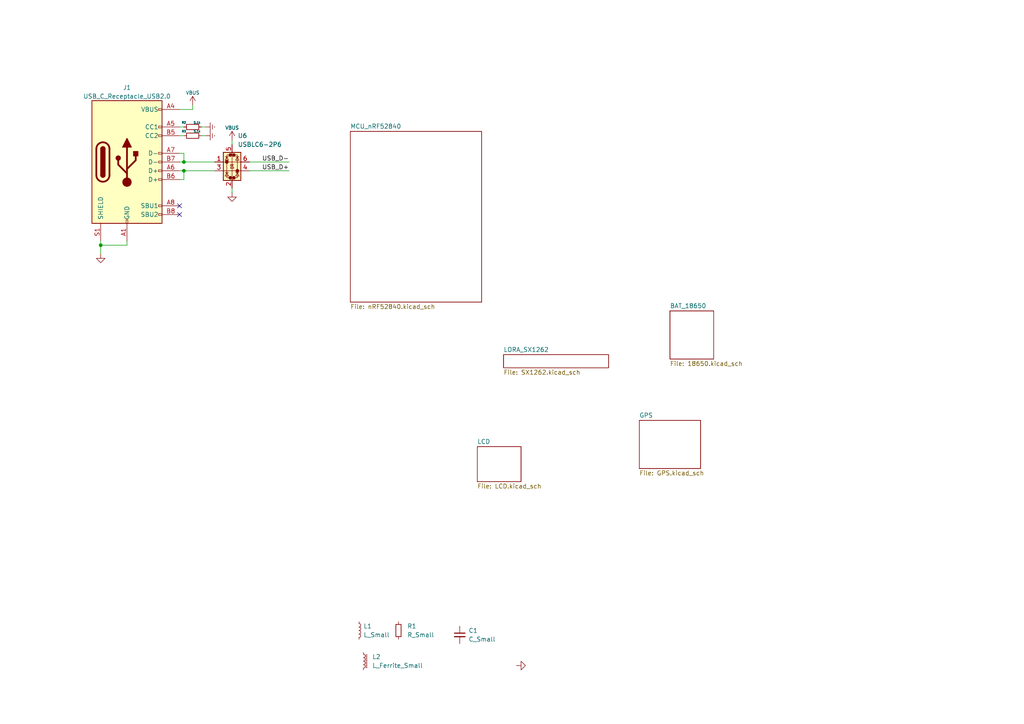
<source format=kicad_sch>
(kicad_sch (version 20231120) (generator "eeschema") (generator_version "8.0")
  (paper "A4")
  (lib_symbols
    (symbol "Connector:USB_C_Receptacle_USB2.0" (pin_names (offset 1.016))
      (property "Reference" "J" (at -10.16 19.05 0))
      (property "Value" "USB_C_Receptacle_USB2.0" (at 19.05 19.05 0))
      (symbol "USB_C_Receptacle_USB2.0_0_0"
        (rectangle (start -0.254 -17.78) (end 0.254 -16.764))
        (rectangle (start 10.16 -14.986) (end 9.144 -15.494))
        (rectangle (start 10.16 -12.446) (end 9.144 -12.954))
        (rectangle (start 10.16 -4.826) (end 9.144 -5.334))
        (rectangle (start 10.16 -2.286) (end 9.144 -2.794))
        (rectangle (start 10.16 0.254) (end 9.144 -0.254))
        (rectangle (start 10.16 2.794) (end 9.144 2.286))
        (rectangle (start 10.16 7.874) (end 9.144 7.366))
        (rectangle (start 10.16 10.414) (end 9.144 9.906))
        (rectangle (start 10.16 15.494) (end 9.144 14.986))
      )
      (symbol "USB_C_Receptacle_USB2.0_0_1"
        (rectangle (start -10.16 17.78) (end 10.16 -17.78) (stroke (width 0.254)) (fill (type background)))
        (arc (start -8.89 -3.81) (mid -6.985 -5.7067) (end -5.08 -3.81) (stroke (width 0.508)))
        (arc (start -7.62 -3.81) (mid -6.985 -4.4423) (end -6.35 -3.81) (stroke (width 0.254)))
        (arc (start -7.62 -3.81) (mid -6.985 -4.4423) (end -6.35 -3.81) (stroke (width 0.254)) (fill (type outline)))
        (rectangle (start -7.62 -3.81) (end -6.35 3.81) (stroke (width 0.254)) (fill (type outline)))
        (arc (start -6.35 3.81) (mid -6.985 4.4423) (end -7.62 3.81) (stroke (width 0.254)))
        (arc (start -6.35 3.81) (mid -6.985 4.4423) (end -7.62 3.81) (stroke (width 0.254)) (fill (type outline)))
        (arc (start -5.08 3.81) (mid -6.985 5.7067) (end -8.89 3.81) (stroke (width 0.508)))
        (circle (center -2.54 1.143) (radius 0.635) (stroke (width 0.254)) (fill (type outline)))
        (circle (center 0 -5.842) (radius 1.27) (fill (type outline)))
        (polyline (pts (xy -8.89 -3.81) (xy -8.89 3.81)) (stroke (width 0.508)))
        (polyline (pts (xy -5.08 3.81) (xy -5.08 -3.81)) (stroke (width 0.508)))
        (polyline (pts (xy 0 -5.842) (xy 0 4.318)) (stroke (width 0.508)))
        (polyline (pts (xy 0 -3.302) (xy -2.54 -0.762) (xy -2.54 0.508)) (stroke (width 0.508)))
        (polyline (pts (xy 0 -2.032) (xy 2.54 0.508) (xy 2.54 1.778)) (stroke (width 0.508)))
        (polyline (pts (xy -1.27 4.318) (xy 0 6.858) (xy 1.27 4.318) (xy -1.27 4.318)) (stroke (width 0.254)) (fill (type outline)))
        (rectangle (start 1.905 1.778) (end 3.175 3.048) (stroke (width 0.254)) (fill (type outline)))
      )
      (symbol "USB_C_Receptacle_USB2.0_1_1"
        (pin passive line (at 0 -22.86 90) (length 5.08) (name "GND") (number "A1"))
        (pin passive line (at 0 -22.86 90) (length 5.08) hide (name "GND") (number "A12"))
        (pin passive line (at 15.24 15.24 180) (length 5.08) (name "VBUS") (number "A4"))
        (pin bidirectional line (at 15.24 10.16 180) (length 5.08) (name "CC1") (number "A5"))
        (pin bidirectional line (at 15.24 -2.54 180) (length 5.08) (name "D+") (number "A6"))
        (pin bidirectional line (at 15.24 2.54 180) (length 5.08) (name "D-") (number "A7"))
        (pin bidirectional line (at 15.24 -12.7 180) (length 5.08) (name "SBU1") (number "A8"))
        (pin passive line (at 15.24 15.24 180) (length 5.08) hide (name "VBUS") (number "A9"))
        (pin passive line (at 0 -22.86 90) (length 5.08) hide (name "GND") (number "B1"))
        (pin passive line (at 0 -22.86 90) (length 5.08) hide (name "GND") (number "B12"))
        (pin passive line (at 15.24 15.24 180) (length 5.08) hide (name "VBUS") (number "B4"))
        (pin bidirectional line (at 15.24 7.62 180) (length 5.08) (name "CC2") (number "B5"))
        (pin bidirectional line (at 15.24 -5.08 180) (length 5.08) (name "D+") (number "B6"))
        (pin bidirectional line (at 15.24 0 180) (length 5.08) (name "D-") (number "B7"))
        (pin bidirectional line (at 15.24 -15.24 180) (length 5.08) (name "SBU2") (number "B8"))
        (pin passive line (at 15.24 15.24 180) (length 5.08) hide (name "VBUS") (number "B9"))
        (pin passive line (at -7.62 -22.86 90) (length 5.08) (name "SHIELD") (number "S1"))
      )
    )
    (symbol "Device:C_Small" (pin_numbers hide) (pin_names (offset 0.254) hide)
      (property "Reference" "C" (at 0.254 1.778 0))
      (property "Value" "C_Small" (at 0.254 -2.032 0))
      (symbol "C_Small_0_1"
        (polyline (pts (xy -1.524 -0.508) (xy 1.524 -0.508)) (stroke (width 0.3302)))
        (polyline (pts (xy -1.524 0.508) (xy 1.524 0.508)) (stroke (width 0.3048)))
      )
      (symbol "C_Small_1_1"
        (pin passive line (at 0 2.54 270) (length 2.032) (name "~") (number "1"))
        (pin passive line (at 0 -2.54 90) (length 2.032) (name "~") (number "2"))
      )
    )
    (symbol "Device:L_Ferrite_Small" (pin_numbers hide) (pin_names (offset 0.254) hide)
      (property "Reference" "L" (at 1.27 1.016 0))
      (property "Value" "L_Ferrite_Small" (at 1.27 -1.27 0))
      (symbol "L_Ferrite_Small_0_1"
        (arc (start 0 -2.032) (mid 0.5058 -1.524) (end 0 -1.016))
        (arc (start 0 -1.016) (mid 0.5058 -0.508) (end 0 0))
        (polyline (pts (xy 0.762 -1.905) (xy 0.762 -1.651)))
        (polyline (pts (xy 0.762 -1.397) (xy 0.762 -1.143)))
        (polyline (pts (xy 0.762 -0.889) (xy 0.762 -0.635)))
        (polyline (pts (xy 0.762 -0.381) (xy 0.762 -0.127)))
        (polyline (pts (xy 0.762 0.127) (xy 0.762 0.381)))
        (polyline (pts (xy 0.762 0.635) (xy 0.762 0.889)))
        (polyline (pts (xy 0.762 1.143) (xy 0.762 1.397)))
        (polyline (pts (xy 0.762 1.651) (xy 0.762 1.905)))
        (polyline (pts (xy 1.016 -1.651) (xy 1.016 -1.905)))
        (polyline (pts (xy 1.016 -1.143) (xy 1.016 -1.397)))
        (polyline (pts (xy 1.016 -0.635) (xy 1.016 -0.889)))
        (polyline (pts (xy 1.016 -0.127) (xy 1.016 -0.381)))
        (polyline (pts (xy 1.016 0.381) (xy 1.016 0.127)))
        (polyline (pts (xy 1.016 0.889) (xy 1.016 0.635)))
        (polyline (pts (xy 1.016 1.397) (xy 1.016 1.143)))
        (polyline (pts (xy 1.016 1.905) (xy 1.016 1.651)))
        (arc (start 0 0) (mid 0.5058 0.508) (end 0 1.016))
        (arc (start 0 1.016) (mid 0.5058 1.524) (end 0 2.032))
      )
      (symbol "L_Ferrite_Small_1_1"
        (pin passive line (at 0 2.54 270) (length 0.508) (name "~") (number "1"))
        (pin passive line (at 0 -2.54 90) (length 0.508) (name "~") (number "2"))
      )
    )
    (symbol "Device:L_Small" (pin_numbers hide) (pin_names (offset 0.254) hide)
      (property "Reference" "L" (at 0.762 1.016 0))
      (property "Value" "L_Small" (at 0.762 -1.016 0))
      (symbol "L_Small_0_1"
        (arc (start 0 -2.032) (mid 0.5058 -1.524) (end 0 -1.016))
        (arc (start 0 -1.016) (mid 0.5058 -0.508) (end 0 0))
        (arc (start 0 0) (mid 0.5058 0.508) (end 0 1.016))
        (arc (start 0 1.016) (mid 0.5058 1.524) (end 0 2.032))
      )
      (symbol "L_Small_1_1"
        (pin passive line (at 0 2.54 270) (length 0.508) (name "~") (number "1"))
        (pin passive line (at 0 -2.54 90) (length 0.508) (name "~") (number "2"))
      )
    )
    (symbol "Device:R_Small" (pin_numbers hide) (pin_names (offset 0.254) hide)
      (property "Reference" "R" (at 0.762 0.508 0))
      (property "Value" "R_Small" (at 0.762 -1.016 0))
      (symbol "R_Small_0_1"
        (rectangle (start -0.762 1.778) (end 0.762 -1.778) (stroke (width 0.2032)))
      )
      (symbol "R_Small_1_1"
        (pin passive line (at 0 2.54 270) (length 0.762) (name "~") (number "1"))
        (pin passive line (at 0 -2.54 90) (length 0.762) (name "~") (number "2"))
      )
    )
    (symbol "Power_Protection:USBLC6-2P6" (pin_names hide)
      (property "Reference" "U" (at 0.635 5.715 0))
      (property "Value" "USBLC6-2P6" (at 0.635 3.81 0))
      (symbol "USBLC6-2P6_0_0"
        (circle (center -1.524 0) (radius 0.0001) (stroke (width 0.508)))
        (circle (center -0.508 -4.572) (radius 0.0001) (stroke (width 0.508)))
        (circle (center -0.508 2.032) (radius 0.0001) (stroke (width 0.508)))
        (circle (center 0.508 -4.572) (radius 0.0001) (stroke (width 0.508)))
        (circle (center 0.508 2.032) (radius 0.0001) (stroke (width 0.508)))
        (circle (center 1.524 -2.54) (radius 0.0001) (stroke (width 0.508)))
      )
      (symbol "USBLC6-2P6_0_1"
        (polyline (pts (xy -2.54 -2.54) (xy 2.54 -2.54)))
        (polyline (pts (xy -2.54 0) (xy 2.54 0)))
        (polyline (pts (xy -2.032 -3.048) (xy -1.016 -3.048)))
        (polyline (pts (xy -1.016 1.524) (xy -2.032 1.524)))
        (polyline (pts (xy 1.016 -3.048) (xy 2.032 -3.048)))
        (polyline (pts (xy 1.016 1.524) (xy 2.032 1.524)))
        (polyline (pts (xy -0.508 -1.143) (xy -0.508 -0.762) (xy 0.508 -0.762)))
        (polyline (pts (xy -2.032 0.508) (xy -1.016 0.508) (xy -1.524 1.524) (xy -2.032 0.508)))
        (polyline (pts (xy -1.016 -4.064) (xy -2.032 -4.064) (xy -1.524 -3.048) (xy -1.016 -4.064)))
        (polyline (pts (xy 0.508 -1.778) (xy -0.508 -1.778) (xy 0 -0.762) (xy 0.508 -1.778)))
        (polyline (pts (xy 2.032 -4.064) (xy 1.016 -4.064) (xy 1.524 -3.048) (xy 2.032 -4.064)))
        (polyline (pts (xy 2.032 0.508) (xy 1.016 0.508) (xy 1.524 1.524) (xy 2.032 0.508)))
        (polyline (pts (xy 0 2.54) (xy -0.508 2.032) (xy 0.508 2.032) (xy 0 1.524) (xy 0 -4.064) (xy -0.508 -4.572) (xy 0.508 -4.572) (xy 0 -5.08)))
      )
      (symbol "USBLC6-2P6_1_1"
        (rectangle (start -2.54 2.794) (end 2.54 -5.334) (stroke (width 0.254)) (fill (type background)))
        (polyline (pts (xy -0.508 2.032) (xy -1.524 2.032) (xy -1.524 -4.572) (xy -0.508 -4.572)))
        (polyline (pts (xy 0.508 -4.572) (xy 1.524 -4.572) (xy 1.524 2.032) (xy 0.508 2.032)))
        (pin passive line (at -5.08 0 0) (length 2.54) (name "I/O1") (number "1"))
        (pin passive line (at 0 -7.62 90) (length 2.54) (name "GND") (number "2"))
        (pin passive line (at -5.08 -2.54 0) (length 2.54) (name "I/O2") (number "3"))
        (pin passive line (at 5.08 -2.54 180) (length 2.54) (name "I/O2") (number "4"))
        (pin passive line (at 0 5.08 270) (length 2.54) (name "VBUS") (number "5"))
        (pin passive line (at 5.08 0 180) (length 2.54) (name "I/O1") (number "6"))
      )
    )
    (symbol "power:Earth" (power) (pin_names (offset 0))
      (symbol "Earth_0_1"
        (polyline (pts (xy -0.635 -1.905) (xy 0.635 -1.905)))
        (polyline (pts (xy -0.127 -2.54) (xy 0.127 -2.54)))
        (polyline (pts (xy 0 -1.27) (xy 0 0)))
        (polyline (pts (xy 1.27 -1.27) (xy -1.27 -1.27)))
      )
      (symbol "Earth_1_1"
        (pin power_in line (at 0 0 270) (length 0) hide (name "Earth") (number "1"))
      )
    )
    (symbol "power:GND" (power) (pin_numbers hide) (pin_names (offset 0) hide)
      (property "Value" "GND" (at 0 -3.81 0))
      (symbol "GND_0_1"
        (polyline (pts (xy 0 0) (xy 0 -1.27) (xy 1.27 -1.27) (xy 0 -2.54) (xy -1.27 -1.27) (xy 0 -1.27)))
      )
      (symbol "GND_1_1"
        (pin power_in line (at 0 0 270) (length 0) (name "~") (number "1"))
      )
    )
    (symbol "power:VBUS" (power) (pin_names (offset 0))
      (property "Value" "VBUS" (at 0 3.81 0))
      (symbol "VBUS_0_1"
        (polyline (pts (xy -0.762 1.27) (xy 0 2.54)))
        (polyline (pts (xy 0 0) (xy 0 2.54)))
        (polyline (pts (xy 0 2.54) (xy 0.762 1.27)))
      )
      (symbol "VBUS_1_1"
        (pin power_in line (at 0 0 90) (length 0) hide (name "VBUS") (number "1"))
      )
    )
  )
  (junction (at 53.34 49.53))
  (junction (at 53.34 46.99))
  (junction (at 29.21 71.12))
  (no_connect (at 52.07 62.23))
  (no_connect (at 52.07 59.69))
  (wire (pts (xy 67.31 40.64) (xy 67.31 41.91)))
  (wire (pts (xy 36.83 71.12) (xy 29.21 71.12)))
  (wire (pts (xy 36.83 69.85) (xy 36.83 71.12)))
  (wire (pts (xy 53.34 46.99) (xy 62.23 46.99)))
  (wire (pts (xy 67.31 55.88) (xy 67.31 54.61)))
  (wire (pts (xy 59.69 36.83) (xy 58.42 36.83)))
  (wire (pts (xy 83.82 49.53) (xy 72.39 49.53)))
  (wire (pts (xy 52.07 39.37) (xy 53.34 39.37)))
  (wire (pts (xy 83.82 46.99) (xy 72.39 46.99)))
  (wire (pts (xy 53.34 44.45) (xy 53.34 46.99)))
  (wire (pts (xy 53.34 52.07) (xy 53.34 49.53)))
  (wire (pts (xy 52.07 49.53) (xy 53.34 49.53)))
  (wire (pts (xy 52.07 44.45) (xy 53.34 44.45)))
  (wire (pts (xy 52.07 52.07) (xy 53.34 52.07)))
  (wire (pts (xy 59.69 39.37) (xy 58.42 39.37)))
  (wire (pts (xy 52.07 46.99) (xy 53.34 46.99)))
  (wire (pts (xy 53.34 49.53) (xy 62.23 49.53)))
  (wire (pts (xy 55.88 30.48) (xy 55.88 31.75)))
  (wire (pts (xy 55.88 31.75) (xy 52.07 31.75)))
  (wire (pts (xy 29.21 69.85) (xy 29.21 71.12)))
  (wire (pts (xy 29.21 71.12) (xy 29.21 73.66)))
  (wire (pts (xy 52.07 36.83) (xy 53.34 36.83)))
  (label "USB_D+" (at 83.82 49.53 180))
  (label "USB_D-" (at 83.82 46.99 180))
  (symbol (lib_id "power:VBUS") (at 55.88 30.48 0) (unit 1)
    (property "Reference" "#PWR04" (effects (hide yes)))
    (property "Value" "VBUS" (at 55.88 26.924 0) (effects (font (size 1 1))))
  )
  (symbol (lib_id "Device:R_Small") (at 55.88 39.37 90) (unit 1)
    (property "Reference" "R3" (at 53.34 38.1 90) (effects (font (size 0.6 0.6))))
    (property "Value" "5.1k" (at 57.15 38.1 90) (effects (font (size 0.6 0.6))))
    (property "Footprint" "Resistor_SMD:R_0603_1608Metric" (effects (hide yes)))
    (property "PN" "RC0603FR-075K1L" (effects (hide yes)))
    (property "LCSC" "C105580" (effects (hide yes)))
    (property "Mfr" "Yageo" (effects (hide yes)))
  )
  (symbol (lib_id "Device:C_Small") (at 133.35 184.15 0) (unit 1)
    (property "Reference" "C1" (at 135.89 182.8862 0) (effects (justify left)))
    (property "Value" "C_Small" (at 135.89 185.4262 0) (effects (justify left)))
    (property "Description" "Unpolarized capacitor, small symbol" (effects (hide yes)))
  )
  (symbol (lib_id "power:Earth") (at 59.69 36.83 90) (unit 1)
    (property "Reference" "#PWR05" (effects (hide yes)))
    (property "Value" "Earth" (effects (hide yes)))
  )
  (symbol (lib_id "power:GND") (at 29.21 73.66 0) (unit 1)
    (property "Reference" "#PWR03" (effects (hide yes)))
    (property "Value" "GND" (effects (hide yes)))
    (property "Description" "Power symbol creates a global label with name \"GND\" , ground" (effects (hide yes)))
  )
  (symbol (lib_id "power:GND") (at 67.31 55.88 0) (unit 1)
    (property "Reference" "#PWR07" (effects (hide yes)))
    (property "Value" "GND" (effects (hide yes)))
    (property "Description" "Power symbol creates a global label with name \"GND\" , ground" (effects (hide yes)))
  )
  (symbol (lib_id "Device:L_Small") (at 104.14 182.88 0) (unit 1)
    (property "Reference" "L1" (at 105.41 181.6099 0) (effects (justify left)))
    (property "Value" "L_Small" (at 105.41 184.1499 0) (effects (justify left)))
    (property "Description" "Inductor, small symbol" (effects (hide yes)))
  )
  (symbol (lib_id "Connector:USB_C_Receptacle_USB2.0") (at 36.83 46.99 0) (unit 1)
    (property "Reference" "J1" (at 36.83 25.4 0))
    (property "Value" "USB_C_Receptacle_USB2.0" (at 36.83 27.94 0))
    (property "Footprint" "Connector_USB:USB_C_Receptacle_XKB_U262-16XN-4BVC11" (effects (hide yes)))
    (property "Datasheet" "https://www.helloxkb.com/Home/Goods/goodsInfo/id/4309.html" (effects (hide yes)))
    (property "LCSC" "C319148" (effects (hide yes)))
    (property "PN" "U262-161N-4BVC11" (effects (hide yes)))
    (property "Mfr" "XKB" (effects (hide yes)))
  )
  (symbol (lib_id "Power_Protection:USBLC6-2P6") (at 67.31 46.99 0) (unit 1)
    (property "Reference" "U6" (at 68.9611 39.37 0) (effects (justify left)))
    (property "Value" "USBLC6-2P6" (at 68.9611 41.91 0) (effects (justify left)))
    (property "Footprint" "Package_TO_SOT_SMD:SOT-666" (effects (hide yes)))
    (property "Datasheet" "https://www.st.com/resource/en/datasheet/usblc6-2.pdf" (effects (hide yes)))
    (property "Description" "Very low capacitance ESD protection diode, 2 data-line, SOT-666" (effects (hide yes)))
  )
  (symbol (lib_id "power:VBUS") (at 67.31 40.64 0) (unit 1)
    (property "Reference" "#PWR08" (effects (hide yes)))
    (property "Value" "VBUS" (at 67.31 37.084 0) (effects (font (size 1 1))))
  )
  (symbol (lib_id "Device:L_Ferrite_Small") (at 105.41 191.77 0) (unit 1)
    (property "Reference" "L2" (at 107.95 190.4999 0) (effects (justify left)))
    (property "Value" "L_Ferrite_Small" (at 107.95 193.0399 0) (effects (justify left)))
    (property "Description" "Inductor with ferrite core, small symbol" (effects (hide yes)))
  )
  (symbol (lib_id "power:GND") (at 149.86 193.04 90) (unit 1)
    (property "Reference" "#PWR02" (effects (hide yes)))
    (property "Value" "GND" (effects (hide yes)))
    (property "Description" "Power symbol creates a global label with name \"GND\" , ground" (effects (hide yes)))
  )
  (symbol (lib_id "Device:R_Small") (at 115.57 182.88 0) (unit 1)
    (property "Reference" "R1" (at 118.11 181.6099 0) (effects (justify left)))
    (property "Value" "R_Small" (at 118.11 184.1499 0) (effects (justify left)))
    (property "Description" "Resistor, small symbol" (effects (hide yes)))
  )
  (symbol (lib_id "Device:R_Small") (at 55.88 36.83 90) (unit 1)
    (property "Reference" "R2" (at 53.34 35.56 90) (effects (font (size 0.6 0.6))))
    (property "Value" "5.1k" (at 57.15 35.56 90) (effects (font (size 0.6 0.6))))
    (property "Footprint" "Resistor_SMD:R_0603_1608Metric" (effects (hide yes)))
    (property "PN" "RC0603FR-075K1L" (effects (hide yes)))
    (property "LCSC" "C105580" (effects (hide yes)))
    (property "Mfr" "Yageo" (effects (hide yes)))
  )
  (symbol (lib_id "power:Earth") (at 59.69 39.37 90) (unit 1)
    (property "Reference" "#PWR06" (effects (hide yes)))
    (property "Value" "Earth" (effects (hide yes)))
  )
  (sheet (at 101.6 38.1) (size 38.1 49.53) (stroke (width 0.1524))
    (property "Sheetname" "MCU_nRF52840" (at 101.6 37.3884 0) (effects (justify left bottom)))
    (property "Sheetfile" "nRF52840.kicad_sch" (at 101.6 88.2146 0) (effects (justify left top)))
  )
  (sheet (at 194.31 90.17) (size 12.7 13.97) (stroke (width 0.1524))
    (property "Sheetname" "BAT_18650" (at 194.31 89.4584 0) (effects (justify left bottom)))
    (property "Sheetfile" "18650.kicad_sch" (at 194.31 104.7246 0) (effects (justify left top)))
  )
  (sheet (at 138.43 129.54) (size 12.7 10.16) (stroke (width 0.1524))
    (property "Sheetname" "LCD" (at 138.43 128.8284 0) (effects (justify left bottom)))
    (property "Sheetfile" "LCD.kicad_sch" (at 138.43 140.2846 0) (effects (justify left top)))
  )
  (sheet (at 146.05 102.87) (size 30.48 3.81) (stroke (width 0.1524))
    (property "Sheetname" "LORA_SX1262" (at 146.05 102.1584 0) (effects (justify left bottom)))
    (property "Sheetfile" "SX1262.kicad_sch" (at 146.05 107.2646 0) (effects (justify left top)))
  )
  (sheet (at 185.42 121.92) (size 17.78 13.97) (stroke (width 0.1524))
    (property "Sheetname" "GPS" (at 185.42 121.2084 0) (effects (justify left bottom)))
    (property "Sheetfile" "GPS.kicad_sch" (at 185.42 136.4746 0) (effects (justify left top)))
  )
)
</source>
